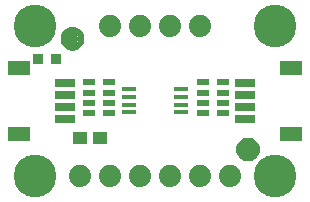
<source format=gbr>
G04 EAGLE Gerber RS-274X export*
G75*
%MOMM*%
%FSLAX34Y34*%
%LPD*%
%INSoldermask Top*%
%IPPOS*%
%AMOC8*
5,1,8,0,0,1.08239X$1,22.5*%
G01*
%ADD10C,3.617600*%
%ADD11R,1.651600X0.701600*%
%ADD12R,1.901600X1.301600*%
%ADD13C,1.101600*%
%ADD14C,0.469900*%
%ADD15C,1.879600*%
%ADD16R,1.176600X1.101600*%
%ADD17R,0.901600X0.901600*%
%ADD18R,1.001600X0.551600*%
%ADD19R,1.301600X0.406400*%


D10*
X25400Y152400D03*
X228600Y152400D03*
D11*
X50540Y93900D03*
X50540Y83900D03*
X50540Y103900D03*
X50540Y73900D03*
D12*
X11540Y116900D03*
X11540Y60900D03*
D11*
X203460Y83900D03*
X203460Y93900D03*
X203460Y73900D03*
X203460Y103900D03*
D12*
X242460Y60900D03*
X242460Y116900D03*
D13*
X205740Y47625D03*
D14*
X205740Y55125D02*
X205559Y55123D01*
X205378Y55116D01*
X205197Y55105D01*
X205016Y55090D01*
X204836Y55070D01*
X204656Y55046D01*
X204477Y55018D01*
X204299Y54985D01*
X204122Y54948D01*
X203945Y54907D01*
X203770Y54862D01*
X203595Y54812D01*
X203422Y54758D01*
X203251Y54700D01*
X203080Y54638D01*
X202912Y54571D01*
X202745Y54501D01*
X202579Y54427D01*
X202416Y54348D01*
X202255Y54266D01*
X202095Y54180D01*
X201938Y54090D01*
X201783Y53996D01*
X201630Y53899D01*
X201480Y53797D01*
X201332Y53693D01*
X201186Y53584D01*
X201044Y53473D01*
X200904Y53357D01*
X200767Y53239D01*
X200632Y53117D01*
X200501Y52992D01*
X200373Y52864D01*
X200248Y52733D01*
X200126Y52598D01*
X200008Y52461D01*
X199892Y52321D01*
X199781Y52179D01*
X199672Y52033D01*
X199568Y51885D01*
X199466Y51735D01*
X199369Y51582D01*
X199275Y51427D01*
X199185Y51270D01*
X199099Y51110D01*
X199017Y50949D01*
X198938Y50786D01*
X198864Y50620D01*
X198794Y50453D01*
X198727Y50285D01*
X198665Y50114D01*
X198607Y49943D01*
X198553Y49770D01*
X198503Y49595D01*
X198458Y49420D01*
X198417Y49243D01*
X198380Y49066D01*
X198347Y48888D01*
X198319Y48709D01*
X198295Y48529D01*
X198275Y48349D01*
X198260Y48168D01*
X198249Y47987D01*
X198242Y47806D01*
X198240Y47625D01*
X205740Y55125D02*
X205921Y55123D01*
X206102Y55116D01*
X206283Y55105D01*
X206464Y55090D01*
X206644Y55070D01*
X206824Y55046D01*
X207003Y55018D01*
X207181Y54985D01*
X207358Y54948D01*
X207535Y54907D01*
X207710Y54862D01*
X207885Y54812D01*
X208058Y54758D01*
X208229Y54700D01*
X208400Y54638D01*
X208568Y54571D01*
X208735Y54501D01*
X208901Y54427D01*
X209064Y54348D01*
X209225Y54266D01*
X209385Y54180D01*
X209542Y54090D01*
X209697Y53996D01*
X209850Y53899D01*
X210000Y53797D01*
X210148Y53693D01*
X210294Y53584D01*
X210436Y53473D01*
X210576Y53357D01*
X210713Y53239D01*
X210848Y53117D01*
X210979Y52992D01*
X211107Y52864D01*
X211232Y52733D01*
X211354Y52598D01*
X211472Y52461D01*
X211588Y52321D01*
X211699Y52179D01*
X211808Y52033D01*
X211912Y51885D01*
X212014Y51735D01*
X212111Y51582D01*
X212205Y51427D01*
X212295Y51270D01*
X212381Y51110D01*
X212463Y50949D01*
X212542Y50786D01*
X212616Y50620D01*
X212686Y50453D01*
X212753Y50285D01*
X212815Y50114D01*
X212873Y49943D01*
X212927Y49770D01*
X212977Y49595D01*
X213022Y49420D01*
X213063Y49243D01*
X213100Y49066D01*
X213133Y48888D01*
X213161Y48709D01*
X213185Y48529D01*
X213205Y48349D01*
X213220Y48168D01*
X213231Y47987D01*
X213238Y47806D01*
X213240Y47625D01*
X213238Y47444D01*
X213231Y47263D01*
X213220Y47082D01*
X213205Y46901D01*
X213185Y46721D01*
X213161Y46541D01*
X213133Y46362D01*
X213100Y46184D01*
X213063Y46007D01*
X213022Y45830D01*
X212977Y45655D01*
X212927Y45480D01*
X212873Y45307D01*
X212815Y45136D01*
X212753Y44965D01*
X212686Y44797D01*
X212616Y44630D01*
X212542Y44464D01*
X212463Y44301D01*
X212381Y44140D01*
X212295Y43980D01*
X212205Y43823D01*
X212111Y43668D01*
X212014Y43515D01*
X211912Y43365D01*
X211808Y43217D01*
X211699Y43071D01*
X211588Y42929D01*
X211472Y42789D01*
X211354Y42652D01*
X211232Y42517D01*
X211107Y42386D01*
X210979Y42258D01*
X210848Y42133D01*
X210713Y42011D01*
X210576Y41893D01*
X210436Y41777D01*
X210294Y41666D01*
X210148Y41557D01*
X210000Y41453D01*
X209850Y41351D01*
X209697Y41254D01*
X209542Y41160D01*
X209385Y41070D01*
X209225Y40984D01*
X209064Y40902D01*
X208901Y40823D01*
X208735Y40749D01*
X208568Y40679D01*
X208400Y40612D01*
X208229Y40550D01*
X208058Y40492D01*
X207885Y40438D01*
X207710Y40388D01*
X207535Y40343D01*
X207358Y40302D01*
X207181Y40265D01*
X207003Y40232D01*
X206824Y40204D01*
X206644Y40180D01*
X206464Y40160D01*
X206283Y40145D01*
X206102Y40134D01*
X205921Y40127D01*
X205740Y40125D01*
X205559Y40127D01*
X205378Y40134D01*
X205197Y40145D01*
X205016Y40160D01*
X204836Y40180D01*
X204656Y40204D01*
X204477Y40232D01*
X204299Y40265D01*
X204122Y40302D01*
X203945Y40343D01*
X203770Y40388D01*
X203595Y40438D01*
X203422Y40492D01*
X203251Y40550D01*
X203080Y40612D01*
X202912Y40679D01*
X202745Y40749D01*
X202579Y40823D01*
X202416Y40902D01*
X202255Y40984D01*
X202095Y41070D01*
X201938Y41160D01*
X201783Y41254D01*
X201630Y41351D01*
X201480Y41453D01*
X201332Y41557D01*
X201186Y41666D01*
X201044Y41777D01*
X200904Y41893D01*
X200767Y42011D01*
X200632Y42133D01*
X200501Y42258D01*
X200373Y42386D01*
X200248Y42517D01*
X200126Y42652D01*
X200008Y42789D01*
X199892Y42929D01*
X199781Y43071D01*
X199672Y43217D01*
X199568Y43365D01*
X199466Y43515D01*
X199369Y43668D01*
X199275Y43823D01*
X199185Y43980D01*
X199099Y44140D01*
X199017Y44301D01*
X198938Y44464D01*
X198864Y44630D01*
X198794Y44797D01*
X198727Y44965D01*
X198665Y45136D01*
X198607Y45307D01*
X198553Y45480D01*
X198503Y45655D01*
X198458Y45830D01*
X198417Y46007D01*
X198380Y46184D01*
X198347Y46362D01*
X198319Y46541D01*
X198295Y46721D01*
X198275Y46901D01*
X198260Y47082D01*
X198249Y47263D01*
X198242Y47444D01*
X198240Y47625D01*
D13*
X57150Y141351D03*
D14*
X57150Y148851D02*
X56969Y148849D01*
X56788Y148842D01*
X56607Y148831D01*
X56426Y148816D01*
X56246Y148796D01*
X56066Y148772D01*
X55887Y148744D01*
X55709Y148711D01*
X55532Y148674D01*
X55355Y148633D01*
X55180Y148588D01*
X55005Y148538D01*
X54832Y148484D01*
X54661Y148426D01*
X54490Y148364D01*
X54322Y148297D01*
X54155Y148227D01*
X53989Y148153D01*
X53826Y148074D01*
X53665Y147992D01*
X53505Y147906D01*
X53348Y147816D01*
X53193Y147722D01*
X53040Y147625D01*
X52890Y147523D01*
X52742Y147419D01*
X52596Y147310D01*
X52454Y147199D01*
X52314Y147083D01*
X52177Y146965D01*
X52042Y146843D01*
X51911Y146718D01*
X51783Y146590D01*
X51658Y146459D01*
X51536Y146324D01*
X51418Y146187D01*
X51302Y146047D01*
X51191Y145905D01*
X51082Y145759D01*
X50978Y145611D01*
X50876Y145461D01*
X50779Y145308D01*
X50685Y145153D01*
X50595Y144996D01*
X50509Y144836D01*
X50427Y144675D01*
X50348Y144512D01*
X50274Y144346D01*
X50204Y144179D01*
X50137Y144011D01*
X50075Y143840D01*
X50017Y143669D01*
X49963Y143496D01*
X49913Y143321D01*
X49868Y143146D01*
X49827Y142969D01*
X49790Y142792D01*
X49757Y142614D01*
X49729Y142435D01*
X49705Y142255D01*
X49685Y142075D01*
X49670Y141894D01*
X49659Y141713D01*
X49652Y141532D01*
X49650Y141351D01*
X57150Y148851D02*
X57331Y148849D01*
X57512Y148842D01*
X57693Y148831D01*
X57874Y148816D01*
X58054Y148796D01*
X58234Y148772D01*
X58413Y148744D01*
X58591Y148711D01*
X58768Y148674D01*
X58945Y148633D01*
X59120Y148588D01*
X59295Y148538D01*
X59468Y148484D01*
X59639Y148426D01*
X59810Y148364D01*
X59978Y148297D01*
X60145Y148227D01*
X60311Y148153D01*
X60474Y148074D01*
X60635Y147992D01*
X60795Y147906D01*
X60952Y147816D01*
X61107Y147722D01*
X61260Y147625D01*
X61410Y147523D01*
X61558Y147419D01*
X61704Y147310D01*
X61846Y147199D01*
X61986Y147083D01*
X62123Y146965D01*
X62258Y146843D01*
X62389Y146718D01*
X62517Y146590D01*
X62642Y146459D01*
X62764Y146324D01*
X62882Y146187D01*
X62998Y146047D01*
X63109Y145905D01*
X63218Y145759D01*
X63322Y145611D01*
X63424Y145461D01*
X63521Y145308D01*
X63615Y145153D01*
X63705Y144996D01*
X63791Y144836D01*
X63873Y144675D01*
X63952Y144512D01*
X64026Y144346D01*
X64096Y144179D01*
X64163Y144011D01*
X64225Y143840D01*
X64283Y143669D01*
X64337Y143496D01*
X64387Y143321D01*
X64432Y143146D01*
X64473Y142969D01*
X64510Y142792D01*
X64543Y142614D01*
X64571Y142435D01*
X64595Y142255D01*
X64615Y142075D01*
X64630Y141894D01*
X64641Y141713D01*
X64648Y141532D01*
X64650Y141351D01*
X64648Y141170D01*
X64641Y140989D01*
X64630Y140808D01*
X64615Y140627D01*
X64595Y140447D01*
X64571Y140267D01*
X64543Y140088D01*
X64510Y139910D01*
X64473Y139733D01*
X64432Y139556D01*
X64387Y139381D01*
X64337Y139206D01*
X64283Y139033D01*
X64225Y138862D01*
X64163Y138691D01*
X64096Y138523D01*
X64026Y138356D01*
X63952Y138190D01*
X63873Y138027D01*
X63791Y137866D01*
X63705Y137706D01*
X63615Y137549D01*
X63521Y137394D01*
X63424Y137241D01*
X63322Y137091D01*
X63218Y136943D01*
X63109Y136797D01*
X62998Y136655D01*
X62882Y136515D01*
X62764Y136378D01*
X62642Y136243D01*
X62517Y136112D01*
X62389Y135984D01*
X62258Y135859D01*
X62123Y135737D01*
X61986Y135619D01*
X61846Y135503D01*
X61704Y135392D01*
X61558Y135283D01*
X61410Y135179D01*
X61260Y135077D01*
X61107Y134980D01*
X60952Y134886D01*
X60795Y134796D01*
X60635Y134710D01*
X60474Y134628D01*
X60311Y134549D01*
X60145Y134475D01*
X59978Y134405D01*
X59810Y134338D01*
X59639Y134276D01*
X59468Y134218D01*
X59295Y134164D01*
X59120Y134114D01*
X58945Y134069D01*
X58768Y134028D01*
X58591Y133991D01*
X58413Y133958D01*
X58234Y133930D01*
X58054Y133906D01*
X57874Y133886D01*
X57693Y133871D01*
X57512Y133860D01*
X57331Y133853D01*
X57150Y133851D01*
X56969Y133853D01*
X56788Y133860D01*
X56607Y133871D01*
X56426Y133886D01*
X56246Y133906D01*
X56066Y133930D01*
X55887Y133958D01*
X55709Y133991D01*
X55532Y134028D01*
X55355Y134069D01*
X55180Y134114D01*
X55005Y134164D01*
X54832Y134218D01*
X54661Y134276D01*
X54490Y134338D01*
X54322Y134405D01*
X54155Y134475D01*
X53989Y134549D01*
X53826Y134628D01*
X53665Y134710D01*
X53505Y134796D01*
X53348Y134886D01*
X53193Y134980D01*
X53040Y135077D01*
X52890Y135179D01*
X52742Y135283D01*
X52596Y135392D01*
X52454Y135503D01*
X52314Y135619D01*
X52177Y135737D01*
X52042Y135859D01*
X51911Y135984D01*
X51783Y136112D01*
X51658Y136243D01*
X51536Y136378D01*
X51418Y136515D01*
X51302Y136655D01*
X51191Y136797D01*
X51082Y136943D01*
X50978Y137091D01*
X50876Y137241D01*
X50779Y137394D01*
X50685Y137549D01*
X50595Y137706D01*
X50509Y137866D01*
X50427Y138027D01*
X50348Y138190D01*
X50274Y138356D01*
X50204Y138523D01*
X50137Y138691D01*
X50075Y138862D01*
X50017Y139033D01*
X49963Y139206D01*
X49913Y139381D01*
X49868Y139556D01*
X49827Y139733D01*
X49790Y139910D01*
X49757Y140088D01*
X49729Y140267D01*
X49705Y140447D01*
X49685Y140627D01*
X49670Y140808D01*
X49659Y140989D01*
X49652Y141170D01*
X49650Y141351D01*
D10*
X25400Y25400D03*
X228600Y25400D03*
D15*
X88900Y152400D03*
X114300Y152400D03*
X139700Y152400D03*
X165100Y152400D03*
D16*
X63255Y57785D03*
X80255Y57785D03*
D17*
X28060Y124460D03*
X43060Y124460D03*
D18*
X87875Y104440D03*
X70875Y104440D03*
X87875Y95440D03*
X87875Y87440D03*
X87875Y78440D03*
X70875Y78440D03*
X70875Y95440D03*
X70875Y87440D03*
X167395Y78440D03*
X184395Y78440D03*
X167395Y87440D03*
X167395Y95440D03*
X167395Y104440D03*
X184395Y104440D03*
X184395Y87440D03*
X184395Y95440D03*
D19*
X105000Y98650D03*
X105000Y92150D03*
X105000Y85650D03*
X105000Y79150D03*
X149000Y79150D03*
X149000Y85650D03*
X149000Y92150D03*
X149000Y98650D03*
D15*
X190500Y25400D03*
X165100Y25400D03*
X139700Y25400D03*
X114300Y25400D03*
X88900Y25400D03*
X63500Y25400D03*
M02*

</source>
